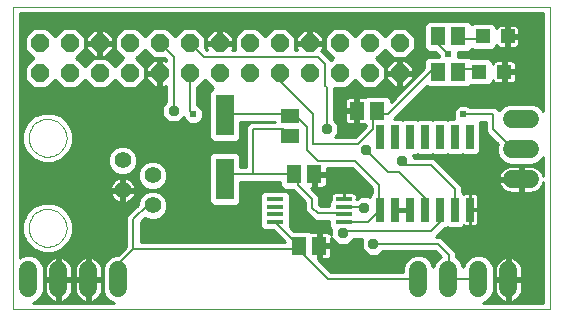
<source format=gtl>
G75*
G70*
%OFA0B0*%
%FSLAX24Y24*%
%IPPOS*%
%LPD*%
%AMOC8*
5,1,8,0,0,1.08239X$1,22.5*
%
%ADD10C,0.0000*%
%ADD11R,0.0260X0.0800*%
%ADD12OC8,0.0600*%
%ADD13R,0.0512X0.0591*%
%ADD14R,0.0591X0.0512*%
%ADD15R,0.0630X0.1378*%
%ADD16R,0.0580X0.0140*%
%ADD17C,0.0600*%
%ADD18R,0.0472X0.0472*%
%ADD19C,0.0560*%
%ADD20C,0.0100*%
%ADD21C,0.0060*%
%ADD22OC8,0.0356*%
%ADD23C,0.0070*%
%ADD24C,0.0160*%
%ADD25C,0.0240*%
D10*
X003055Y000150D02*
X003055Y010226D01*
X020925Y010226D01*
X020925Y000150D01*
X003055Y000150D01*
X003565Y002870D02*
X003567Y002920D01*
X003573Y002970D01*
X003583Y003019D01*
X003597Y003067D01*
X003614Y003114D01*
X003635Y003159D01*
X003660Y003203D01*
X003688Y003244D01*
X003720Y003283D01*
X003754Y003320D01*
X003791Y003354D01*
X003831Y003384D01*
X003873Y003411D01*
X003917Y003435D01*
X003963Y003456D01*
X004010Y003472D01*
X004058Y003485D01*
X004108Y003494D01*
X004157Y003499D01*
X004208Y003500D01*
X004258Y003497D01*
X004307Y003490D01*
X004356Y003479D01*
X004404Y003464D01*
X004450Y003446D01*
X004495Y003424D01*
X004538Y003398D01*
X004579Y003369D01*
X004618Y003337D01*
X004654Y003302D01*
X004686Y003264D01*
X004716Y003224D01*
X004743Y003181D01*
X004766Y003137D01*
X004785Y003091D01*
X004801Y003043D01*
X004813Y002994D01*
X004821Y002945D01*
X004825Y002895D01*
X004825Y002845D01*
X004821Y002795D01*
X004813Y002746D01*
X004801Y002697D01*
X004785Y002649D01*
X004766Y002603D01*
X004743Y002559D01*
X004716Y002516D01*
X004686Y002476D01*
X004654Y002438D01*
X004618Y002403D01*
X004579Y002371D01*
X004538Y002342D01*
X004495Y002316D01*
X004450Y002294D01*
X004404Y002276D01*
X004356Y002261D01*
X004307Y002250D01*
X004258Y002243D01*
X004208Y002240D01*
X004157Y002241D01*
X004108Y002246D01*
X004058Y002255D01*
X004010Y002268D01*
X003963Y002284D01*
X003917Y002305D01*
X003873Y002329D01*
X003831Y002356D01*
X003791Y002386D01*
X003754Y002420D01*
X003720Y002457D01*
X003688Y002496D01*
X003660Y002537D01*
X003635Y002581D01*
X003614Y002626D01*
X003597Y002673D01*
X003583Y002721D01*
X003573Y002770D01*
X003567Y002820D01*
X003565Y002870D01*
X003565Y005870D02*
X003567Y005920D01*
X003573Y005970D01*
X003583Y006019D01*
X003597Y006067D01*
X003614Y006114D01*
X003635Y006159D01*
X003660Y006203D01*
X003688Y006244D01*
X003720Y006283D01*
X003754Y006320D01*
X003791Y006354D01*
X003831Y006384D01*
X003873Y006411D01*
X003917Y006435D01*
X003963Y006456D01*
X004010Y006472D01*
X004058Y006485D01*
X004108Y006494D01*
X004157Y006499D01*
X004208Y006500D01*
X004258Y006497D01*
X004307Y006490D01*
X004356Y006479D01*
X004404Y006464D01*
X004450Y006446D01*
X004495Y006424D01*
X004538Y006398D01*
X004579Y006369D01*
X004618Y006337D01*
X004654Y006302D01*
X004686Y006264D01*
X004716Y006224D01*
X004743Y006181D01*
X004766Y006137D01*
X004785Y006091D01*
X004801Y006043D01*
X004813Y005994D01*
X004821Y005945D01*
X004825Y005895D01*
X004825Y005845D01*
X004821Y005795D01*
X004813Y005746D01*
X004801Y005697D01*
X004785Y005649D01*
X004766Y005603D01*
X004743Y005559D01*
X004716Y005516D01*
X004686Y005476D01*
X004654Y005438D01*
X004618Y005403D01*
X004579Y005371D01*
X004538Y005342D01*
X004495Y005316D01*
X004450Y005294D01*
X004404Y005276D01*
X004356Y005261D01*
X004307Y005250D01*
X004258Y005243D01*
X004208Y005240D01*
X004157Y005241D01*
X004108Y005246D01*
X004058Y005255D01*
X004010Y005268D01*
X003963Y005284D01*
X003917Y005305D01*
X003873Y005329D01*
X003831Y005356D01*
X003791Y005386D01*
X003754Y005420D01*
X003720Y005457D01*
X003688Y005496D01*
X003660Y005537D01*
X003635Y005581D01*
X003614Y005626D01*
X003597Y005673D01*
X003583Y005721D01*
X003573Y005770D01*
X003567Y005820D01*
X003565Y005870D01*
D11*
X015275Y005900D03*
X015775Y005900D03*
X016275Y005900D03*
X016775Y005900D03*
X017275Y005900D03*
X017775Y005900D03*
X018275Y005900D03*
X018275Y003480D03*
X017775Y003480D03*
X017275Y003480D03*
X016775Y003480D03*
X016275Y003480D03*
X015775Y003480D03*
X015275Y003480D03*
D12*
X014935Y008030D03*
X013935Y008030D03*
X012935Y008030D03*
X011935Y008030D03*
X010935Y008030D03*
X009935Y008030D03*
X008935Y008030D03*
X007935Y008030D03*
X006935Y008030D03*
X005935Y008030D03*
X004935Y008030D03*
X003935Y008030D03*
X003935Y009030D03*
X004935Y009030D03*
X005935Y009030D03*
X006935Y009030D03*
X007935Y009030D03*
X008935Y009030D03*
X009935Y009030D03*
X010935Y009030D03*
X011935Y009030D03*
X012935Y009030D03*
X013935Y009030D03*
X014935Y009030D03*
X015935Y009030D03*
X015935Y008030D03*
D13*
X017220Y008070D03*
X017890Y008070D03*
X017890Y009250D03*
X017220Y009250D03*
X015170Y006770D03*
X014500Y006770D03*
X013090Y004650D03*
X012420Y004650D03*
X012580Y002270D03*
X013250Y002270D03*
D14*
X012275Y005915D03*
X012275Y006585D03*
D15*
X010095Y006633D03*
X010095Y004507D03*
D16*
X011765Y003830D03*
X011765Y003580D03*
X011765Y003320D03*
X011765Y003070D03*
X014065Y003070D03*
X014065Y003320D03*
X014065Y003580D03*
X014065Y003830D03*
D17*
X016555Y001450D02*
X016555Y000850D01*
X017555Y000850D02*
X017555Y001450D01*
X018555Y001450D02*
X018555Y000850D01*
X019555Y000850D02*
X019555Y001450D01*
X019675Y004490D02*
X020275Y004490D01*
X020275Y005490D02*
X019675Y005490D01*
X019675Y006490D02*
X020275Y006490D01*
X006555Y001450D02*
X006555Y000850D01*
X005555Y000850D02*
X005555Y001450D01*
X004555Y001450D02*
X004555Y000850D01*
X003555Y000850D02*
X003555Y001450D01*
D18*
X018582Y008070D03*
X019409Y008070D03*
X019529Y009250D03*
X018702Y009250D03*
D19*
X007695Y004620D03*
X006695Y004120D03*
X007695Y003620D03*
X006695Y005120D03*
D20*
X006231Y005280D02*
X004792Y005280D01*
X004891Y005378D02*
X006272Y005378D01*
X006280Y005398D02*
X006205Y005217D01*
X006205Y005023D01*
X006280Y004842D01*
X006418Y004705D01*
X006598Y004630D01*
X006793Y004630D01*
X006973Y004705D01*
X007111Y004842D01*
X007185Y005023D01*
X007185Y005217D01*
X007111Y005398D01*
X006973Y005535D01*
X006793Y005610D01*
X006598Y005610D01*
X006418Y005535D01*
X006280Y005398D01*
X006359Y005477D02*
X004941Y005477D01*
X004907Y005394D02*
X005035Y005703D01*
X005035Y006037D01*
X004907Y006346D01*
X004671Y006582D01*
X004362Y006710D01*
X004028Y006710D01*
X003719Y006582D01*
X003483Y006346D01*
X003355Y006037D01*
X003355Y005703D01*
X003483Y005394D01*
X003719Y005158D01*
X004028Y005030D01*
X004362Y005030D01*
X004671Y005158D01*
X004907Y005394D01*
X004982Y005575D02*
X006513Y005575D01*
X006877Y005575D02*
X010815Y005575D01*
X010815Y005477D02*
X007032Y005477D01*
X007119Y005378D02*
X009665Y005378D01*
X009693Y005406D02*
X009570Y005283D01*
X009570Y003731D01*
X009693Y003608D01*
X010497Y003608D01*
X010620Y003731D01*
X010620Y004410D01*
X011955Y004410D01*
X011955Y004268D01*
X012078Y004145D01*
X012361Y004145D01*
X012775Y003731D01*
X012775Y003482D01*
X012812Y003394D01*
X012992Y003214D01*
X013059Y003147D01*
X013147Y003110D01*
X013565Y003110D01*
X013565Y002913D01*
X013647Y002831D01*
X013647Y002617D01*
X013645Y002623D01*
X013626Y002657D01*
X013598Y002685D01*
X013564Y002705D01*
X013525Y002715D01*
X013300Y002715D01*
X013300Y002320D01*
X013656Y002320D01*
X013656Y002521D01*
X013874Y002302D01*
X014196Y002302D01*
X014404Y002510D01*
X014686Y002510D01*
X014667Y002491D01*
X014667Y002169D01*
X014894Y001942D01*
X015216Y001942D01*
X015364Y002090D01*
X017116Y002090D01*
X017307Y001899D01*
X017266Y001882D01*
X017123Y001739D01*
X017055Y001576D01*
X016987Y001739D01*
X016844Y001882D01*
X016657Y001960D01*
X016454Y001960D01*
X016266Y001882D01*
X016123Y001739D01*
X016045Y001551D01*
X016045Y001390D01*
X013655Y001390D01*
X013200Y001845D01*
X013200Y002220D01*
X013300Y002220D01*
X013300Y002320D01*
X013200Y002320D01*
X013200Y002715D01*
X012983Y002715D01*
X012923Y002775D01*
X012399Y002775D01*
X012263Y002911D01*
X012265Y002913D01*
X012265Y003987D01*
X012142Y004110D01*
X011388Y004110D01*
X011265Y003987D01*
X011265Y002913D01*
X011388Y002790D01*
X011706Y002790D01*
X012106Y002390D01*
X007300Y002390D01*
X007300Y003049D01*
X007445Y003193D01*
X007598Y003130D01*
X007793Y003130D01*
X007973Y003205D01*
X008111Y003342D01*
X008185Y003523D01*
X008185Y003717D01*
X008111Y003898D01*
X007973Y004035D01*
X007793Y004110D01*
X007598Y004110D01*
X007418Y004035D01*
X007280Y003898D01*
X007205Y003717D01*
X007205Y003646D01*
X006847Y003289D01*
X006810Y003199D01*
X006810Y002244D01*
X006526Y001960D01*
X006454Y001960D01*
X006266Y001882D01*
X006123Y001739D01*
X006045Y001551D01*
X006045Y000749D01*
X006123Y000561D01*
X006266Y000418D01*
X006405Y000360D01*
X003705Y000360D01*
X003844Y000418D01*
X003987Y000561D01*
X004065Y000749D01*
X004065Y001551D01*
X003987Y001739D01*
X003844Y001882D01*
X003657Y001960D01*
X003454Y001960D01*
X003266Y001882D01*
X003265Y001881D01*
X003265Y010016D01*
X020715Y010016D01*
X020715Y006760D01*
X020707Y006779D01*
X020564Y006922D01*
X020377Y007000D01*
X019574Y007000D01*
X019386Y006922D01*
X019254Y006790D01*
X019191Y006853D01*
X019103Y006890D01*
X018282Y006890D01*
X018242Y006930D01*
X018121Y006980D01*
X017989Y006980D01*
X017868Y006930D01*
X017775Y006837D01*
X017725Y006716D01*
X017725Y006584D01*
X017756Y006510D01*
X017558Y006510D01*
X017525Y006477D01*
X017492Y006510D01*
X017058Y006510D01*
X017025Y006477D01*
X016992Y006510D01*
X016558Y006510D01*
X016525Y006477D01*
X016492Y006510D01*
X016058Y006510D01*
X016025Y006477D01*
X015992Y006510D01*
X015755Y006510D01*
X016843Y007599D01*
X016878Y007565D01*
X018233Y007565D01*
X018292Y007624D01*
X018905Y007624D01*
X019028Y007747D01*
X019028Y007793D01*
X019033Y007776D01*
X019052Y007742D01*
X019023Y007742D01*
X019052Y007742D02*
X019080Y007714D01*
X019114Y007694D01*
X019153Y007684D01*
X019359Y007684D01*
X019359Y008020D01*
X019459Y008020D01*
X019459Y008120D01*
X019795Y008120D01*
X019795Y008326D01*
X019785Y008364D01*
X019765Y008398D01*
X019737Y008426D01*
X019703Y008446D01*
X019664Y008456D01*
X019459Y008456D01*
X019459Y008120D01*
X019359Y008120D01*
X019359Y008456D01*
X019153Y008456D01*
X019114Y008446D01*
X019080Y008426D01*
X019052Y008398D01*
X019033Y008364D01*
X019028Y008347D01*
X019028Y008393D01*
X018905Y008516D01*
X018292Y008516D01*
X018233Y008575D01*
X017881Y008575D01*
X017885Y008584D01*
X017885Y008716D01*
X017873Y008745D01*
X018233Y008745D01*
X018335Y008847D01*
X018379Y008804D01*
X019025Y008804D01*
X019148Y008927D01*
X019148Y008973D01*
X019153Y008956D01*
X019172Y008922D01*
X019200Y008894D01*
X019234Y008874D01*
X019273Y008864D01*
X019479Y008864D01*
X019479Y009200D01*
X019579Y009200D01*
X019579Y009300D01*
X019915Y009300D01*
X019915Y009506D01*
X019905Y009544D01*
X019885Y009578D01*
X019857Y009606D01*
X019823Y009626D01*
X019784Y009636D01*
X019579Y009636D01*
X019579Y009300D01*
X019479Y009300D01*
X019479Y009636D01*
X019273Y009636D01*
X019234Y009626D01*
X019200Y009606D01*
X019172Y009578D01*
X019153Y009544D01*
X019148Y009527D01*
X019148Y009573D01*
X019025Y009696D01*
X018379Y009696D01*
X018335Y009653D01*
X018233Y009755D01*
X016878Y009755D01*
X016755Y009632D01*
X016755Y008868D01*
X016878Y008745D01*
X017121Y008745D01*
X017225Y008641D01*
X017225Y008584D01*
X017229Y008575D01*
X016878Y008575D01*
X016755Y008452D01*
X016755Y008189D01*
X015636Y007070D01*
X015636Y007152D01*
X015513Y007275D01*
X014827Y007275D01*
X014767Y007215D01*
X014550Y007215D01*
X014550Y006820D01*
X014450Y006820D01*
X014450Y006720D01*
X014095Y006720D01*
X014095Y006455D01*
X014105Y006417D01*
X014125Y006383D01*
X014152Y006355D01*
X014187Y006335D01*
X014225Y006325D01*
X014450Y006325D01*
X014450Y006720D01*
X014550Y006720D01*
X014550Y006325D01*
X014767Y006325D01*
X014815Y006276D01*
X014815Y006249D01*
X014456Y005890D01*
X013764Y005890D01*
X013883Y006009D01*
X013883Y006331D01*
X013735Y006479D01*
X013735Y007520D01*
X014146Y007520D01*
X014435Y007809D01*
X014724Y007520D01*
X015146Y007520D01*
X015445Y007819D01*
X015445Y008241D01*
X015156Y008530D01*
X015435Y008809D01*
X015724Y008520D01*
X016146Y008520D01*
X016445Y008819D01*
X016445Y009241D01*
X016146Y009540D01*
X015724Y009540D01*
X015435Y009251D01*
X015146Y009540D01*
X014724Y009540D01*
X014435Y009251D01*
X014146Y009540D01*
X013724Y009540D01*
X013425Y009241D01*
X013425Y008819D01*
X013714Y008530D01*
X013642Y008458D01*
X013639Y008466D01*
X013399Y008706D01*
X013331Y008773D01*
X013320Y008778D01*
X013385Y008844D01*
X013385Y008980D01*
X012985Y008980D01*
X012985Y009080D01*
X012885Y009080D01*
X012885Y008980D01*
X012485Y008980D01*
X012485Y008844D01*
X012519Y008810D01*
X012436Y008810D01*
X012445Y008819D01*
X012445Y009241D01*
X012146Y009540D01*
X011724Y009540D01*
X011435Y009251D01*
X011146Y009540D01*
X010724Y009540D01*
X010425Y009241D01*
X010425Y008819D01*
X010434Y008810D01*
X010352Y008810D01*
X010385Y008844D01*
X010385Y008980D01*
X009985Y008980D01*
X009985Y009080D01*
X009885Y009080D01*
X009885Y008980D01*
X009485Y008980D01*
X009485Y008844D01*
X009519Y008810D01*
X009495Y008810D01*
X009445Y008859D01*
X009445Y009241D01*
X009146Y009540D01*
X008724Y009540D01*
X008435Y009251D01*
X008146Y009540D01*
X007724Y009540D01*
X007435Y009251D01*
X007146Y009540D01*
X006724Y009540D01*
X006425Y009241D01*
X006425Y008819D01*
X006714Y008530D01*
X006435Y008251D01*
X006146Y008540D01*
X005724Y008540D01*
X005435Y008251D01*
X005156Y008530D01*
X005445Y008819D01*
X005445Y009241D01*
X005146Y009540D01*
X004724Y009540D01*
X004435Y009251D01*
X004146Y009540D01*
X003724Y009540D01*
X003425Y009241D01*
X003425Y008819D01*
X003714Y008530D01*
X003425Y008241D01*
X003425Y007819D01*
X003724Y007520D01*
X004146Y007520D01*
X004435Y007809D01*
X004724Y007520D01*
X005146Y007520D01*
X005435Y007809D01*
X005724Y007520D01*
X006146Y007520D01*
X006435Y007809D01*
X006724Y007520D01*
X007146Y007520D01*
X007445Y007819D01*
X007445Y008241D01*
X007156Y008530D01*
X007435Y008809D01*
X007724Y008520D01*
X008106Y008520D01*
X008155Y008471D01*
X008155Y008446D01*
X008122Y008480D01*
X007985Y008480D01*
X007985Y008080D01*
X007885Y008080D01*
X007885Y007980D01*
X007485Y007980D01*
X007485Y007844D01*
X007749Y007580D01*
X007885Y007580D01*
X007885Y007980D01*
X007985Y007980D01*
X007985Y007580D01*
X008122Y007580D01*
X008155Y007614D01*
X008155Y007079D01*
X008007Y006931D01*
X008007Y006609D01*
X008234Y006382D01*
X008556Y006382D01*
X008735Y006561D01*
X008775Y006463D01*
X008868Y006370D01*
X008989Y006320D01*
X009121Y006320D01*
X009242Y006370D01*
X009335Y006463D01*
X009385Y006584D01*
X009385Y006716D01*
X009335Y006837D01*
X009242Y006930D01*
X009180Y006955D01*
X009180Y007554D01*
X009435Y007809D01*
X009712Y007532D01*
X009693Y007532D01*
X009570Y007409D01*
X009570Y005857D01*
X009693Y005734D01*
X010497Y005734D01*
X010620Y005857D01*
X010620Y006410D01*
X011770Y006410D01*
X011770Y006390D01*
X011007Y006390D01*
X010919Y006353D01*
X010852Y006286D01*
X010815Y006198D01*
X010815Y004890D01*
X010620Y004890D01*
X010620Y005283D01*
X010497Y005406D01*
X009693Y005406D01*
X009570Y005280D02*
X007159Y005280D01*
X007185Y005181D02*
X009570Y005181D01*
X009570Y005083D02*
X007859Y005083D01*
X007793Y005110D02*
X007973Y005035D01*
X008111Y004898D01*
X008185Y004717D01*
X008185Y004523D01*
X008111Y004342D01*
X007973Y004205D01*
X007793Y004130D01*
X007598Y004130D01*
X007418Y004205D01*
X007280Y004342D01*
X007205Y004523D01*
X007205Y004717D01*
X007280Y004898D01*
X007418Y005035D01*
X007598Y005110D01*
X007793Y005110D01*
X007531Y005083D02*
X007185Y005083D01*
X007169Y004984D02*
X007366Y004984D01*
X007275Y004886D02*
X007128Y004886D01*
X007055Y004787D02*
X007234Y004787D01*
X007205Y004689D02*
X006934Y004689D01*
X007205Y004590D02*
X003265Y004590D01*
X003265Y004492D02*
X006477Y004492D01*
X006470Y004488D02*
X006415Y004448D01*
X006367Y004400D01*
X006327Y004345D01*
X006297Y004285D01*
X006276Y004221D01*
X006266Y004159D01*
X006657Y004159D01*
X006657Y004549D01*
X006594Y004539D01*
X006530Y004518D01*
X006470Y004488D01*
X006362Y004393D02*
X003265Y004393D01*
X003265Y004295D02*
X006301Y004295D01*
X006272Y004196D02*
X003265Y004196D01*
X003265Y004098D02*
X006657Y004098D01*
X006657Y004081D02*
X006266Y004081D01*
X006276Y004019D01*
X006297Y003955D01*
X006327Y003895D01*
X006367Y003840D01*
X006415Y003792D01*
X006470Y003752D01*
X006530Y003722D01*
X006594Y003701D01*
X006657Y003691D01*
X006657Y004081D01*
X006734Y004081D01*
X006734Y004159D01*
X006657Y004159D01*
X006657Y004081D01*
X006734Y004081D02*
X006734Y003691D01*
X006796Y003701D01*
X006860Y003722D01*
X006920Y003752D01*
X006975Y003792D01*
X007023Y003840D01*
X007063Y003895D01*
X007094Y003955D01*
X007115Y004019D01*
X007124Y004081D01*
X006734Y004081D01*
X006734Y004098D02*
X007567Y004098D01*
X007438Y004196D02*
X007118Y004196D01*
X007115Y004221D02*
X007094Y004285D01*
X007063Y004345D01*
X007023Y004400D01*
X006975Y004448D01*
X006920Y004488D01*
X006860Y004518D01*
X006796Y004539D01*
X006734Y004549D01*
X006734Y004159D01*
X007124Y004159D01*
X007115Y004221D01*
X007089Y004295D02*
X007328Y004295D01*
X007259Y004393D02*
X007028Y004393D01*
X006913Y004492D02*
X007218Y004492D01*
X006734Y004492D02*
X006657Y004492D01*
X006657Y004393D02*
X006734Y004393D01*
X006734Y004295D02*
X006657Y004295D01*
X006657Y004196D02*
X006734Y004196D01*
X006734Y003999D02*
X006657Y003999D01*
X006657Y003901D02*
X006734Y003901D01*
X006734Y003802D02*
X006657Y003802D01*
X006657Y003704D02*
X006734Y003704D01*
X006805Y003704D02*
X007205Y003704D01*
X007240Y003802D02*
X006985Y003802D01*
X007066Y003901D02*
X007283Y003901D01*
X007381Y003999D02*
X007108Y003999D01*
X006585Y003704D02*
X004378Y003704D01*
X004362Y003710D02*
X004028Y003710D01*
X003719Y003582D01*
X003483Y003346D01*
X003355Y003037D01*
X003355Y002703D01*
X003483Y002394D01*
X003719Y002158D01*
X004028Y002030D01*
X004362Y002030D01*
X004671Y002158D01*
X004907Y002394D01*
X005035Y002703D01*
X005035Y003037D01*
X004907Y003346D01*
X004671Y003582D01*
X004362Y003710D01*
X004615Y003605D02*
X007164Y003605D01*
X007065Y003507D02*
X004746Y003507D01*
X004845Y003408D02*
X006967Y003408D01*
X006868Y003310D02*
X004922Y003310D01*
X004963Y003211D02*
X006815Y003211D01*
X006810Y003113D02*
X005004Y003113D01*
X005035Y003014D02*
X006810Y003014D01*
X006810Y002916D02*
X005035Y002916D01*
X005035Y002817D02*
X006810Y002817D01*
X006810Y002719D02*
X005035Y002719D01*
X005001Y002620D02*
X006810Y002620D01*
X006810Y002522D02*
X004960Y002522D01*
X004919Y002423D02*
X006810Y002423D01*
X006810Y002325D02*
X004837Y002325D01*
X004739Y002226D02*
X006792Y002226D01*
X006693Y002128D02*
X004597Y002128D01*
X004605Y001898D02*
X004605Y001200D01*
X004505Y001200D01*
X004505Y001100D01*
X004105Y001100D01*
X004105Y000815D01*
X004116Y000745D01*
X004138Y000677D01*
X004170Y000614D01*
X004212Y000557D01*
X004262Y000507D01*
X004319Y000465D01*
X004382Y000433D01*
X004450Y000411D01*
X004505Y000402D01*
X004505Y001100D01*
X004605Y001100D01*
X004605Y000402D01*
X004660Y000411D01*
X004728Y000433D01*
X004791Y000465D01*
X004848Y000507D01*
X004898Y000557D01*
X004940Y000614D01*
X004972Y000677D01*
X004994Y000745D01*
X005005Y000815D01*
X005005Y001100D01*
X004605Y001100D01*
X004605Y001200D01*
X005005Y001200D01*
X005005Y001485D01*
X004994Y001555D01*
X004972Y001623D01*
X004940Y001686D01*
X004898Y001743D01*
X004848Y001793D01*
X004791Y001835D01*
X004728Y001867D01*
X004660Y001889D01*
X004605Y001898D01*
X004605Y001832D02*
X004505Y001832D01*
X004505Y001898D02*
X004450Y001889D01*
X004382Y001867D01*
X004319Y001835D01*
X004262Y001793D01*
X004212Y001743D01*
X004170Y001686D01*
X004138Y001623D01*
X004116Y001555D01*
X004105Y001485D01*
X004105Y001200D01*
X004505Y001200D01*
X004505Y001898D01*
X004315Y001832D02*
X003894Y001832D01*
X003990Y001734D02*
X004205Y001734D01*
X004144Y001635D02*
X004031Y001635D01*
X004065Y001537D02*
X004113Y001537D01*
X004105Y001438D02*
X004065Y001438D01*
X004065Y001340D02*
X004105Y001340D01*
X004105Y001241D02*
X004065Y001241D01*
X004065Y001143D02*
X004505Y001143D01*
X004505Y001241D02*
X004605Y001241D01*
X004605Y001143D02*
X005505Y001143D01*
X005505Y001100D02*
X005505Y001200D01*
X005105Y001200D01*
X005105Y001485D01*
X005116Y001555D01*
X005138Y001623D01*
X005170Y001686D01*
X005212Y001743D01*
X005262Y001793D01*
X005319Y001835D01*
X005382Y001867D01*
X005450Y001889D01*
X005505Y001898D01*
X005505Y001200D01*
X005605Y001200D01*
X005605Y001898D01*
X005660Y001889D01*
X005728Y001867D01*
X005791Y001835D01*
X005848Y001793D01*
X005898Y001743D01*
X005940Y001686D01*
X005972Y001623D01*
X005994Y001555D01*
X006005Y001485D01*
X006005Y001200D01*
X005605Y001200D01*
X005605Y001100D01*
X005605Y000402D01*
X005660Y000411D01*
X005728Y000433D01*
X005791Y000465D01*
X005848Y000507D01*
X005898Y000557D01*
X005940Y000614D01*
X005972Y000677D01*
X005994Y000745D01*
X006005Y000815D01*
X006005Y001100D01*
X005605Y001100D01*
X005505Y001100D01*
X005105Y001100D01*
X005105Y000815D01*
X005116Y000745D01*
X005138Y000677D01*
X005170Y000614D01*
X005212Y000557D01*
X005262Y000507D01*
X005319Y000465D01*
X005382Y000433D01*
X005450Y000411D01*
X005505Y000402D01*
X005505Y001100D01*
X005505Y001044D02*
X005605Y001044D01*
X005605Y000946D02*
X005505Y000946D01*
X005505Y000847D02*
X005605Y000847D01*
X005605Y000749D02*
X005505Y000749D01*
X005505Y000650D02*
X005605Y000650D01*
X005605Y000551D02*
X005505Y000551D01*
X005505Y000453D02*
X005605Y000453D01*
X005767Y000453D02*
X006231Y000453D01*
X006132Y000551D02*
X005893Y000551D01*
X005958Y000650D02*
X006086Y000650D01*
X006045Y000749D02*
X005995Y000749D01*
X006005Y000847D02*
X006045Y000847D01*
X006045Y000946D02*
X006005Y000946D01*
X006005Y001044D02*
X006045Y001044D01*
X006045Y001143D02*
X005605Y001143D01*
X005605Y001241D02*
X005505Y001241D01*
X005505Y001340D02*
X005605Y001340D01*
X005605Y001438D02*
X005505Y001438D01*
X005505Y001537D02*
X005605Y001537D01*
X005605Y001635D02*
X005505Y001635D01*
X005505Y001734D02*
X005605Y001734D01*
X005605Y001832D02*
X005505Y001832D01*
X005315Y001832D02*
X004795Y001832D01*
X004905Y001734D02*
X005205Y001734D01*
X005144Y001635D02*
X004966Y001635D01*
X004997Y001537D02*
X005113Y001537D01*
X005105Y001438D02*
X005005Y001438D01*
X005005Y001340D02*
X005105Y001340D01*
X005105Y001241D02*
X005005Y001241D01*
X005005Y001044D02*
X005105Y001044D01*
X005105Y000946D02*
X005005Y000946D01*
X005005Y000847D02*
X005105Y000847D01*
X005116Y000749D02*
X004995Y000749D01*
X004958Y000650D02*
X005152Y000650D01*
X005217Y000551D02*
X004893Y000551D01*
X004767Y000453D02*
X005343Y000453D01*
X004605Y000453D02*
X004505Y000453D01*
X004505Y000551D02*
X004605Y000551D01*
X004605Y000650D02*
X004505Y000650D01*
X004505Y000749D02*
X004605Y000749D01*
X004605Y000847D02*
X004505Y000847D01*
X004505Y000946D02*
X004605Y000946D01*
X004605Y001044D02*
X004505Y001044D01*
X004505Y001340D02*
X004605Y001340D01*
X004605Y001438D02*
X004505Y001438D01*
X004505Y001537D02*
X004605Y001537D01*
X004605Y001635D02*
X004505Y001635D01*
X004505Y001734D02*
X004605Y001734D01*
X003728Y001931D02*
X006382Y001931D01*
X006216Y001832D02*
X005795Y001832D01*
X005905Y001734D02*
X006121Y001734D01*
X006080Y001635D02*
X005966Y001635D01*
X005997Y001537D02*
X006045Y001537D01*
X006045Y001438D02*
X006005Y001438D01*
X006005Y001340D02*
X006045Y001340D01*
X006045Y001241D02*
X006005Y001241D01*
X006595Y002029D02*
X003265Y002029D01*
X003265Y001931D02*
X003382Y001931D01*
X003265Y002128D02*
X003793Y002128D01*
X003651Y002226D02*
X003265Y002226D01*
X003265Y002325D02*
X003553Y002325D01*
X003471Y002423D02*
X003265Y002423D01*
X003265Y002522D02*
X003430Y002522D01*
X003390Y002620D02*
X003265Y002620D01*
X003265Y002719D02*
X003355Y002719D01*
X003355Y002817D02*
X003265Y002817D01*
X003265Y002916D02*
X003355Y002916D01*
X003355Y003014D02*
X003265Y003014D01*
X003265Y003113D02*
X003386Y003113D01*
X003427Y003211D02*
X003265Y003211D01*
X003265Y003310D02*
X003468Y003310D01*
X003545Y003408D02*
X003265Y003408D01*
X003265Y003507D02*
X003644Y003507D01*
X003775Y003605D02*
X003265Y003605D01*
X003265Y003704D02*
X004013Y003704D01*
X003265Y003802D02*
X006405Y003802D01*
X006324Y003901D02*
X003265Y003901D01*
X003265Y003999D02*
X006282Y003999D01*
X006456Y004689D02*
X003265Y004689D01*
X003265Y004787D02*
X006335Y004787D01*
X006262Y004886D02*
X003265Y004886D01*
X003265Y004984D02*
X006221Y004984D01*
X006205Y005083D02*
X004489Y005083D01*
X004694Y005181D02*
X006205Y005181D01*
X005023Y005674D02*
X010815Y005674D01*
X010815Y005772D02*
X010535Y005772D01*
X010620Y005871D02*
X010815Y005871D01*
X010815Y005969D02*
X010620Y005969D01*
X010620Y006068D02*
X010815Y006068D01*
X010815Y006166D02*
X010620Y006166D01*
X010620Y006265D02*
X010843Y006265D01*
X010942Y006363D02*
X010620Y006363D01*
X009570Y006363D02*
X009225Y006363D01*
X009333Y006462D02*
X009570Y006462D01*
X009570Y006560D02*
X009375Y006560D01*
X009385Y006659D02*
X009570Y006659D01*
X009570Y006757D02*
X009368Y006757D01*
X009316Y006856D02*
X009570Y006856D01*
X009570Y006954D02*
X009183Y006954D01*
X009180Y007053D02*
X009570Y007053D01*
X009570Y007151D02*
X009180Y007151D01*
X009180Y007250D02*
X009570Y007250D01*
X009570Y007348D02*
X009180Y007348D01*
X009180Y007447D02*
X009608Y007447D01*
X009699Y007545D02*
X009180Y007545D01*
X009270Y007644D02*
X009600Y007644D01*
X009502Y007742D02*
X009368Y007742D01*
X008155Y007545D02*
X007171Y007545D01*
X007270Y007644D02*
X007685Y007644D01*
X007587Y007742D02*
X007368Y007742D01*
X007445Y007841D02*
X007488Y007841D01*
X007485Y007939D02*
X007445Y007939D01*
X007445Y008038D02*
X007885Y008038D01*
X007885Y008080D02*
X007485Y008080D01*
X007485Y008216D01*
X007749Y008480D01*
X007885Y008480D01*
X007885Y008080D01*
X007885Y008136D02*
X007985Y008136D01*
X007985Y008235D02*
X007885Y008235D01*
X007885Y008333D02*
X007985Y008333D01*
X007985Y008432D02*
X007885Y008432D01*
X007700Y008432D02*
X007255Y008432D01*
X007156Y008530D02*
X007714Y008530D01*
X007615Y008629D02*
X007255Y008629D01*
X007353Y008727D02*
X007517Y008727D01*
X007602Y008333D02*
X007353Y008333D01*
X007445Y008235D02*
X007503Y008235D01*
X007485Y008136D02*
X007445Y008136D01*
X007885Y007939D02*
X007985Y007939D01*
X007985Y007841D02*
X007885Y007841D01*
X007885Y007742D02*
X007985Y007742D01*
X007985Y007644D02*
X007885Y007644D01*
X008155Y007447D02*
X003265Y007447D01*
X003265Y007545D02*
X003699Y007545D01*
X003600Y007644D02*
X003265Y007644D01*
X003265Y007742D02*
X003502Y007742D01*
X003425Y007841D02*
X003265Y007841D01*
X003265Y007939D02*
X003425Y007939D01*
X003425Y008038D02*
X003265Y008038D01*
X003265Y008136D02*
X003425Y008136D01*
X003425Y008235D02*
X003265Y008235D01*
X003265Y008333D02*
X003517Y008333D01*
X003615Y008432D02*
X003265Y008432D01*
X003265Y008530D02*
X003714Y008530D01*
X003615Y008629D02*
X003265Y008629D01*
X003265Y008727D02*
X003517Y008727D01*
X003425Y008826D02*
X003265Y008826D01*
X003265Y008924D02*
X003425Y008924D01*
X003425Y009023D02*
X003265Y009023D01*
X003265Y009121D02*
X003425Y009121D01*
X003425Y009220D02*
X003265Y009220D01*
X003265Y009318D02*
X003502Y009318D01*
X003600Y009417D02*
X003265Y009417D01*
X003265Y009515D02*
X003699Y009515D01*
X003265Y009614D02*
X016755Y009614D01*
X016755Y009515D02*
X016171Y009515D01*
X016270Y009417D02*
X016755Y009417D01*
X016755Y009318D02*
X016368Y009318D01*
X016445Y009220D02*
X016755Y009220D01*
X016755Y009121D02*
X016445Y009121D01*
X016445Y009023D02*
X016755Y009023D01*
X016755Y008924D02*
X016445Y008924D01*
X016445Y008826D02*
X016797Y008826D01*
X017139Y008727D02*
X016353Y008727D01*
X016255Y008629D02*
X017225Y008629D01*
X016832Y008530D02*
X016156Y008530D01*
X016122Y008480D02*
X015985Y008480D01*
X015985Y008080D01*
X015885Y008080D01*
X015885Y007980D01*
X015485Y007980D01*
X015485Y007844D01*
X015749Y007580D01*
X015885Y007580D01*
X015885Y007980D01*
X015985Y007980D01*
X015985Y007580D01*
X016122Y007580D01*
X016385Y007844D01*
X016385Y007980D01*
X015985Y007980D01*
X015985Y008080D01*
X016385Y008080D01*
X016385Y008216D01*
X016122Y008480D01*
X016170Y008432D02*
X016755Y008432D01*
X016755Y008333D02*
X016268Y008333D01*
X016367Y008235D02*
X016755Y008235D01*
X016702Y008136D02*
X016385Y008136D01*
X016603Y008038D02*
X015985Y008038D01*
X015985Y008136D02*
X015885Y008136D01*
X015885Y008080D02*
X015885Y008480D01*
X015749Y008480D01*
X015485Y008216D01*
X015485Y008080D01*
X015885Y008080D01*
X015885Y008038D02*
X015445Y008038D01*
X015445Y008136D02*
X015485Y008136D01*
X015503Y008235D02*
X015445Y008235D01*
X015353Y008333D02*
X015602Y008333D01*
X015700Y008432D02*
X015255Y008432D01*
X015156Y008530D02*
X015714Y008530D01*
X015615Y008629D02*
X015255Y008629D01*
X015353Y008727D02*
X015517Y008727D01*
X015885Y008432D02*
X015985Y008432D01*
X015985Y008333D02*
X015885Y008333D01*
X015885Y008235D02*
X015985Y008235D01*
X015985Y007939D02*
X015885Y007939D01*
X015885Y007841D02*
X015985Y007841D01*
X015985Y007742D02*
X015885Y007742D01*
X015885Y007644D02*
X015985Y007644D01*
X016111Y007545D02*
X015171Y007545D01*
X015270Y007644D02*
X015685Y007644D01*
X015587Y007742D02*
X015368Y007742D01*
X015445Y007841D02*
X015488Y007841D01*
X015485Y007939D02*
X015445Y007939D01*
X016185Y007644D02*
X016209Y007644D01*
X016284Y007742D02*
X016308Y007742D01*
X016382Y007841D02*
X016406Y007841D01*
X016385Y007939D02*
X016505Y007939D01*
X016790Y007545D02*
X020715Y007545D01*
X020715Y007447D02*
X016691Y007447D01*
X016593Y007348D02*
X020715Y007348D01*
X020715Y007250D02*
X016494Y007250D01*
X016396Y007151D02*
X020715Y007151D01*
X020715Y007053D02*
X016297Y007053D01*
X016199Y006954D02*
X017927Y006954D01*
X017794Y006856D02*
X016100Y006856D01*
X016002Y006757D02*
X017742Y006757D01*
X017725Y006659D02*
X015903Y006659D01*
X015805Y006560D02*
X017735Y006560D01*
X018183Y006954D02*
X019463Y006954D01*
X019319Y006856D02*
X019186Y006856D01*
X018815Y006410D02*
X018592Y006410D01*
X018615Y006387D01*
X018615Y005413D01*
X018492Y005290D01*
X018058Y005290D01*
X018025Y005323D01*
X017992Y005290D01*
X017558Y005290D01*
X017525Y005323D01*
X017492Y005290D01*
X017058Y005290D01*
X017025Y005323D01*
X016992Y005290D01*
X016558Y005290D01*
X016525Y005323D01*
X016492Y005290D01*
X016364Y005290D01*
X016403Y005251D01*
X016403Y005210D01*
X017023Y005210D01*
X017111Y005173D01*
X017179Y005106D01*
X017979Y004306D01*
X018015Y004218D01*
X018015Y004067D01*
X018071Y004011D01*
X018087Y004020D01*
X018125Y004030D01*
X018260Y004030D01*
X018260Y003495D01*
X018290Y003495D01*
X018290Y004030D01*
X018425Y004030D01*
X018463Y004020D01*
X018497Y004000D01*
X018525Y003972D01*
X018545Y003938D01*
X018555Y003900D01*
X018555Y003495D01*
X018290Y003495D01*
X018290Y003465D01*
X018290Y002930D01*
X018425Y002930D01*
X018463Y002940D01*
X018497Y002960D01*
X018525Y002988D01*
X018545Y003022D01*
X018555Y003060D01*
X018555Y003465D01*
X018290Y003465D01*
X018260Y003465D01*
X018260Y002930D01*
X018125Y002930D01*
X018087Y002940D01*
X018071Y002949D01*
X017992Y002870D01*
X017558Y002870D01*
X017525Y002903D01*
X017492Y002870D01*
X017435Y002870D01*
X017179Y002614D01*
X017135Y002570D01*
X017263Y002570D01*
X017351Y002533D01*
X017711Y002173D01*
X017779Y002106D01*
X017815Y002018D01*
X017815Y001894D01*
X017844Y001882D01*
X017987Y001739D01*
X018055Y001576D01*
X018123Y001739D01*
X018266Y001882D01*
X018454Y001960D01*
X018657Y001960D01*
X018844Y001882D01*
X018987Y001739D01*
X019065Y001551D01*
X019065Y000749D01*
X018987Y000561D01*
X018844Y000418D01*
X018705Y000360D01*
X020715Y000360D01*
X020715Y004392D01*
X020714Y004385D01*
X020692Y004317D01*
X020660Y004254D01*
X020618Y004197D01*
X020568Y004147D01*
X020511Y004105D01*
X020448Y004073D01*
X020380Y004051D01*
X020311Y004040D01*
X020025Y004040D01*
X020025Y004440D01*
X019925Y004440D01*
X019227Y004440D01*
X019236Y004385D01*
X019258Y004317D01*
X019290Y004254D01*
X019332Y004197D01*
X019382Y004147D01*
X019439Y004105D01*
X019502Y004073D01*
X019570Y004051D01*
X019640Y004040D01*
X019925Y004040D01*
X019925Y004440D01*
X019925Y004540D01*
X019227Y004540D01*
X019236Y004595D01*
X019258Y004663D01*
X019290Y004726D01*
X019332Y004783D01*
X019382Y004833D01*
X019439Y004875D01*
X019502Y004907D01*
X019570Y004929D01*
X019640Y004940D01*
X019925Y004940D01*
X019925Y004540D01*
X020025Y004540D01*
X020025Y004940D01*
X020311Y004940D01*
X020380Y004929D01*
X020448Y004907D01*
X020511Y004875D01*
X020568Y004833D01*
X020618Y004783D01*
X020660Y004726D01*
X020692Y004663D01*
X020714Y004595D01*
X020715Y004588D01*
X020715Y005220D01*
X020707Y005201D01*
X020564Y005058D01*
X020377Y004980D01*
X019574Y004980D01*
X019386Y005058D01*
X019243Y005201D01*
X019165Y005389D01*
X019165Y005591D01*
X019197Y005669D01*
X018852Y006014D01*
X018815Y006102D01*
X018815Y006410D01*
X018815Y006363D02*
X018615Y006363D01*
X018615Y006265D02*
X018815Y006265D01*
X018815Y006166D02*
X018615Y006166D01*
X018615Y006068D02*
X018830Y006068D01*
X018897Y005969D02*
X018615Y005969D01*
X018615Y005871D02*
X018995Y005871D01*
X019094Y005772D02*
X018615Y005772D01*
X018615Y005674D02*
X019192Y005674D01*
X019165Y005575D02*
X018615Y005575D01*
X018615Y005477D02*
X019165Y005477D01*
X019169Y005378D02*
X018580Y005378D01*
X019210Y005280D02*
X016374Y005280D01*
X017093Y005181D02*
X019263Y005181D01*
X019361Y005083D02*
X017202Y005083D01*
X017301Y004984D02*
X019564Y004984D01*
X019460Y004886D02*
X017399Y004886D01*
X017498Y004787D02*
X019336Y004787D01*
X019271Y004689D02*
X017596Y004689D01*
X017695Y004590D02*
X019235Y004590D01*
X019235Y004393D02*
X017892Y004393D01*
X017983Y004295D02*
X019270Y004295D01*
X019333Y004196D02*
X018015Y004196D01*
X018015Y004098D02*
X019454Y004098D01*
X019925Y004098D02*
X020025Y004098D01*
X020025Y004196D02*
X019925Y004196D01*
X019925Y004295D02*
X020025Y004295D01*
X020025Y004393D02*
X019925Y004393D01*
X019925Y004492D02*
X017793Y004492D01*
X018260Y003999D02*
X018290Y003999D01*
X018290Y003901D02*
X018260Y003901D01*
X018260Y003802D02*
X018290Y003802D01*
X018290Y003704D02*
X018260Y003704D01*
X018260Y003605D02*
X018290Y003605D01*
X018290Y003507D02*
X018260Y003507D01*
X018260Y003408D02*
X018290Y003408D01*
X018290Y003310D02*
X018260Y003310D01*
X018260Y003211D02*
X018290Y003211D01*
X018290Y003113D02*
X018260Y003113D01*
X018260Y003014D02*
X018290Y003014D01*
X018540Y003014D02*
X020715Y003014D01*
X020715Y002916D02*
X018038Y002916D01*
X018555Y003113D02*
X020715Y003113D01*
X020715Y003211D02*
X018555Y003211D01*
X018555Y003310D02*
X020715Y003310D01*
X020715Y003408D02*
X018555Y003408D01*
X018555Y003507D02*
X020715Y003507D01*
X020715Y003605D02*
X018555Y003605D01*
X018555Y003704D02*
X020715Y003704D01*
X020715Y003802D02*
X018555Y003802D01*
X018555Y003901D02*
X020715Y003901D01*
X020715Y003999D02*
X018498Y003999D01*
X019925Y004590D02*
X020025Y004590D01*
X020025Y004689D02*
X019925Y004689D01*
X019925Y004787D02*
X020025Y004787D01*
X020025Y004886D02*
X019925Y004886D01*
X020386Y004984D02*
X020715Y004984D01*
X020715Y004886D02*
X020490Y004886D01*
X020615Y004787D02*
X020715Y004787D01*
X020715Y004689D02*
X020679Y004689D01*
X020715Y004590D02*
X020715Y004590D01*
X020715Y004295D02*
X020681Y004295D01*
X020715Y004196D02*
X020618Y004196D01*
X020715Y004098D02*
X020496Y004098D01*
X020589Y005083D02*
X020715Y005083D01*
X020715Y005181D02*
X020687Y005181D01*
X020631Y006856D02*
X020715Y006856D01*
X020715Y006954D02*
X020488Y006954D01*
X020715Y007644D02*
X018925Y007644D01*
X019359Y007742D02*
X019459Y007742D01*
X019459Y007684D02*
X019664Y007684D01*
X019703Y007694D01*
X019737Y007714D01*
X019765Y007742D01*
X020715Y007742D01*
X020715Y007841D02*
X019795Y007841D01*
X019795Y007814D02*
X019795Y008020D01*
X019459Y008020D01*
X019459Y007684D01*
X019459Y007841D02*
X019359Y007841D01*
X019359Y007939D02*
X019459Y007939D01*
X019459Y008038D02*
X020715Y008038D01*
X020715Y008136D02*
X019795Y008136D01*
X019795Y008235D02*
X020715Y008235D01*
X020715Y008333D02*
X019793Y008333D01*
X019728Y008432D02*
X020715Y008432D01*
X020715Y008530D02*
X018278Y008530D01*
X017885Y008629D02*
X020715Y008629D01*
X020715Y008727D02*
X017880Y008727D01*
X018313Y008826D02*
X018357Y008826D01*
X019047Y008826D02*
X020715Y008826D01*
X020715Y008924D02*
X019886Y008924D01*
X019885Y008922D02*
X019905Y008956D01*
X019915Y008994D01*
X019915Y009200D01*
X019579Y009200D01*
X019579Y008864D01*
X019784Y008864D01*
X019823Y008874D01*
X019857Y008894D01*
X019885Y008922D01*
X019915Y009023D02*
X020715Y009023D01*
X020715Y009121D02*
X019915Y009121D01*
X019579Y009121D02*
X019479Y009121D01*
X019479Y009023D02*
X019579Y009023D01*
X019579Y008924D02*
X019479Y008924D01*
X019171Y008924D02*
X019145Y008924D01*
X019579Y009220D02*
X020715Y009220D01*
X020715Y009318D02*
X019915Y009318D01*
X019915Y009417D02*
X020715Y009417D01*
X020715Y009515D02*
X019912Y009515D01*
X019844Y009614D02*
X020715Y009614D01*
X020715Y009712D02*
X018276Y009712D01*
X019108Y009614D02*
X019213Y009614D01*
X019479Y009614D02*
X019579Y009614D01*
X019579Y009515D02*
X019479Y009515D01*
X019479Y009417D02*
X019579Y009417D01*
X019579Y009318D02*
X019479Y009318D01*
X020715Y009811D02*
X003265Y009811D01*
X003265Y009909D02*
X020715Y009909D01*
X020715Y010008D02*
X003265Y010008D01*
X003265Y009712D02*
X016834Y009712D01*
X015699Y009515D02*
X015171Y009515D01*
X015270Y009417D02*
X015600Y009417D01*
X015502Y009318D02*
X015368Y009318D01*
X014699Y009515D02*
X014171Y009515D01*
X014270Y009417D02*
X014600Y009417D01*
X014502Y009318D02*
X014368Y009318D01*
X013699Y009515D02*
X012171Y009515D01*
X012270Y009417D02*
X012685Y009417D01*
X012749Y009480D02*
X012485Y009216D01*
X012485Y009080D01*
X012885Y009080D01*
X012885Y009480D01*
X012749Y009480D01*
X012885Y009417D02*
X012985Y009417D01*
X012985Y009480D02*
X012985Y009080D01*
X013385Y009080D01*
X013385Y009216D01*
X013122Y009480D01*
X012985Y009480D01*
X013185Y009417D02*
X013600Y009417D01*
X013502Y009318D02*
X013283Y009318D01*
X013382Y009220D02*
X013425Y009220D01*
X013425Y009121D02*
X013385Y009121D01*
X013425Y009023D02*
X012985Y009023D01*
X012985Y009121D02*
X012885Y009121D01*
X012885Y009023D02*
X012445Y009023D01*
X012445Y009121D02*
X012485Y009121D01*
X012488Y009220D02*
X012445Y009220D01*
X012368Y009318D02*
X012587Y009318D01*
X012885Y009318D02*
X012985Y009318D01*
X012985Y009220D02*
X012885Y009220D01*
X012485Y008924D02*
X012445Y008924D01*
X012445Y008826D02*
X012503Y008826D01*
X011502Y009318D02*
X011368Y009318D01*
X011270Y009417D02*
X011600Y009417D01*
X011699Y009515D02*
X011171Y009515D01*
X010699Y009515D02*
X009171Y009515D01*
X009270Y009417D02*
X009685Y009417D01*
X009749Y009480D02*
X009485Y009216D01*
X009485Y009080D01*
X009885Y009080D01*
X009885Y009480D01*
X009749Y009480D01*
X009885Y009417D02*
X009985Y009417D01*
X009985Y009480D02*
X010122Y009480D01*
X010385Y009216D01*
X010385Y009080D01*
X009985Y009080D01*
X009985Y009480D01*
X010185Y009417D02*
X010600Y009417D01*
X010502Y009318D02*
X010283Y009318D01*
X010382Y009220D02*
X010425Y009220D01*
X010425Y009121D02*
X010385Y009121D01*
X010425Y009023D02*
X009985Y009023D01*
X009985Y009121D02*
X009885Y009121D01*
X009885Y009023D02*
X009445Y009023D01*
X009445Y009121D02*
X009485Y009121D01*
X009488Y009220D02*
X009445Y009220D01*
X009368Y009318D02*
X009587Y009318D01*
X009885Y009318D02*
X009985Y009318D01*
X009985Y009220D02*
X009885Y009220D01*
X009485Y008924D02*
X009445Y008924D01*
X009479Y008826D02*
X009503Y008826D01*
X010367Y008826D02*
X010425Y008826D01*
X010425Y008924D02*
X010385Y008924D01*
X008699Y009515D02*
X008171Y009515D01*
X008270Y009417D02*
X008600Y009417D01*
X008502Y009318D02*
X008368Y009318D01*
X007699Y009515D02*
X007171Y009515D01*
X007270Y009417D02*
X007600Y009417D01*
X007502Y009318D02*
X007368Y009318D01*
X006699Y009515D02*
X005171Y009515D01*
X005270Y009417D02*
X005685Y009417D01*
X005749Y009480D02*
X005485Y009216D01*
X005485Y009080D01*
X005885Y009080D01*
X005885Y008980D01*
X005485Y008980D01*
X005485Y008844D01*
X005749Y008580D01*
X005885Y008580D01*
X005885Y008980D01*
X005985Y008980D01*
X005985Y008580D01*
X006122Y008580D01*
X006385Y008844D01*
X006385Y008980D01*
X005985Y008980D01*
X005985Y009080D01*
X005885Y009080D01*
X005885Y009480D01*
X005749Y009480D01*
X005885Y009417D02*
X005985Y009417D01*
X005985Y009480D02*
X006122Y009480D01*
X006385Y009216D01*
X006385Y009080D01*
X005985Y009080D01*
X005985Y009480D01*
X006185Y009417D02*
X006600Y009417D01*
X006502Y009318D02*
X006283Y009318D01*
X006382Y009220D02*
X006425Y009220D01*
X006425Y009121D02*
X006385Y009121D01*
X006425Y009023D02*
X005985Y009023D01*
X005985Y009121D02*
X005885Y009121D01*
X005885Y009023D02*
X005445Y009023D01*
X005445Y009121D02*
X005485Y009121D01*
X005488Y009220D02*
X005445Y009220D01*
X005368Y009318D02*
X005587Y009318D01*
X005885Y009318D02*
X005985Y009318D01*
X005985Y009220D02*
X005885Y009220D01*
X005885Y008924D02*
X005985Y008924D01*
X005985Y008826D02*
X005885Y008826D01*
X005885Y008727D02*
X005985Y008727D01*
X005985Y008629D02*
X005885Y008629D01*
X005700Y008629D02*
X005255Y008629D01*
X005353Y008727D02*
X005602Y008727D01*
X005503Y008826D02*
X005445Y008826D01*
X005445Y008924D02*
X005485Y008924D01*
X005714Y008530D02*
X005156Y008530D01*
X005255Y008432D02*
X005615Y008432D01*
X005517Y008333D02*
X005353Y008333D01*
X006156Y008530D02*
X006714Y008530D01*
X006615Y008432D02*
X006255Y008432D01*
X006353Y008333D02*
X006517Y008333D01*
X006615Y008629D02*
X006170Y008629D01*
X006269Y008727D02*
X006517Y008727D01*
X006425Y008826D02*
X006367Y008826D01*
X006385Y008924D02*
X006425Y008924D01*
X004699Y009515D02*
X004171Y009515D01*
X004270Y009417D02*
X004600Y009417D01*
X004502Y009318D02*
X004368Y009318D01*
X004368Y007742D02*
X004502Y007742D01*
X004600Y007644D02*
X004270Y007644D01*
X004171Y007545D02*
X004699Y007545D01*
X005171Y007545D02*
X005699Y007545D01*
X005600Y007644D02*
X005270Y007644D01*
X005368Y007742D02*
X005502Y007742D01*
X006171Y007545D02*
X006699Y007545D01*
X006600Y007644D02*
X006270Y007644D01*
X006368Y007742D02*
X006502Y007742D01*
X008155Y007348D02*
X003265Y007348D01*
X003265Y007250D02*
X008155Y007250D01*
X008155Y007151D02*
X003265Y007151D01*
X003265Y007053D02*
X008129Y007053D01*
X008030Y006954D02*
X003265Y006954D01*
X003265Y006856D02*
X008007Y006856D01*
X008007Y006757D02*
X003265Y006757D01*
X003265Y006659D02*
X003904Y006659D01*
X003697Y006560D02*
X003265Y006560D01*
X003265Y006462D02*
X003599Y006462D01*
X003500Y006363D02*
X003265Y006363D01*
X003265Y006265D02*
X003449Y006265D01*
X003409Y006166D02*
X003265Y006166D01*
X003265Y006068D02*
X003368Y006068D01*
X003355Y005969D02*
X003265Y005969D01*
X003265Y005871D02*
X003355Y005871D01*
X003355Y005772D02*
X003265Y005772D01*
X003265Y005674D02*
X003367Y005674D01*
X003408Y005575D02*
X003265Y005575D01*
X003265Y005477D02*
X003449Y005477D01*
X003499Y005378D02*
X003265Y005378D01*
X003265Y005280D02*
X003598Y005280D01*
X003696Y005181D02*
X003265Y005181D01*
X003265Y005083D02*
X003901Y005083D01*
X005035Y005772D02*
X009655Y005772D01*
X009570Y005871D02*
X005035Y005871D01*
X005035Y005969D02*
X009570Y005969D01*
X009570Y006068D02*
X005022Y006068D01*
X004982Y006166D02*
X009570Y006166D01*
X009570Y006265D02*
X004941Y006265D01*
X004890Y006363D02*
X008886Y006363D01*
X008777Y006462D02*
X008636Y006462D01*
X008734Y006560D02*
X008735Y006560D01*
X008155Y006462D02*
X004791Y006462D01*
X004693Y006560D02*
X008056Y006560D01*
X008007Y006659D02*
X004486Y006659D01*
X008024Y004984D02*
X009570Y004984D01*
X009570Y004886D02*
X008116Y004886D01*
X008156Y004787D02*
X009570Y004787D01*
X009570Y004689D02*
X008185Y004689D01*
X008185Y004590D02*
X009570Y004590D01*
X009570Y004492D02*
X008172Y004492D01*
X008131Y004393D02*
X009570Y004393D01*
X009570Y004295D02*
X008063Y004295D01*
X007952Y004196D02*
X009570Y004196D01*
X009570Y004098D02*
X007823Y004098D01*
X008009Y003999D02*
X009570Y003999D01*
X009570Y003901D02*
X008108Y003901D01*
X008150Y003802D02*
X009570Y003802D01*
X009598Y003704D02*
X008185Y003704D01*
X008185Y003605D02*
X011265Y003605D01*
X011265Y003507D02*
X008178Y003507D01*
X008138Y003408D02*
X011265Y003408D01*
X011265Y003310D02*
X008078Y003310D01*
X007979Y003211D02*
X011265Y003211D01*
X011265Y003113D02*
X007364Y003113D01*
X007300Y003014D02*
X011265Y003014D01*
X011265Y002916D02*
X007300Y002916D01*
X007300Y002817D02*
X011361Y002817D01*
X011777Y002719D02*
X007300Y002719D01*
X007300Y002620D02*
X011876Y002620D01*
X011974Y002522D02*
X007300Y002522D01*
X007300Y002423D02*
X012073Y002423D01*
X012358Y002817D02*
X013647Y002817D01*
X013647Y002719D02*
X012980Y002719D01*
X013200Y002620D02*
X013300Y002620D01*
X013300Y002522D02*
X013200Y002522D01*
X013200Y002423D02*
X013300Y002423D01*
X013300Y002325D02*
X013200Y002325D01*
X013300Y002226D02*
X014667Y002226D01*
X014667Y002325D02*
X014218Y002325D01*
X014317Y002423D02*
X014667Y002423D01*
X014709Y002128D02*
X013656Y002128D01*
X013656Y002220D02*
X013300Y002220D01*
X013300Y001825D01*
X013525Y001825D01*
X013564Y001835D01*
X013598Y001855D01*
X013626Y001883D01*
X013645Y001917D01*
X013656Y001955D01*
X013656Y002220D01*
X013656Y002325D02*
X013852Y002325D01*
X013753Y002423D02*
X013656Y002423D01*
X013646Y002620D02*
X013647Y002620D01*
X013565Y002916D02*
X012265Y002916D01*
X012265Y003014D02*
X013565Y003014D01*
X013141Y003113D02*
X012265Y003113D01*
X012265Y003211D02*
X012995Y003211D01*
X012896Y003310D02*
X012265Y003310D01*
X012265Y003408D02*
X012806Y003408D01*
X012775Y003507D02*
X012265Y003507D01*
X012265Y003605D02*
X012775Y003605D01*
X012775Y003704D02*
X012265Y003704D01*
X012265Y003802D02*
X012704Y003802D01*
X012605Y003901D02*
X012265Y003901D01*
X012253Y003999D02*
X012507Y003999D01*
X012408Y004098D02*
X012155Y004098D01*
X012026Y004196D02*
X010620Y004196D01*
X010620Y004098D02*
X011376Y004098D01*
X011277Y003999D02*
X010620Y003999D01*
X010620Y003901D02*
X011265Y003901D01*
X011265Y003802D02*
X010620Y003802D01*
X010593Y003704D02*
X011265Y003704D01*
X010620Y004295D02*
X011955Y004295D01*
X011955Y004393D02*
X010620Y004393D01*
X010620Y004984D02*
X010815Y004984D01*
X010815Y005083D02*
X010620Y005083D01*
X010620Y005181D02*
X010815Y005181D01*
X010815Y005280D02*
X010620Y005280D01*
X010525Y005378D02*
X010815Y005378D01*
X013040Y004600D02*
X013140Y004600D01*
X013140Y004700D01*
X013496Y004700D01*
X013496Y004850D01*
X014356Y004850D01*
X014995Y004211D01*
X014995Y004027D01*
X014935Y003967D01*
X014935Y003899D01*
X014916Y003918D01*
X014594Y003918D01*
X014505Y003829D01*
X014505Y003830D01*
X014505Y003920D01*
X014495Y003958D01*
X014475Y003992D01*
X014447Y004020D01*
X014413Y004040D01*
X014375Y004050D01*
X014065Y004050D01*
X013755Y004050D01*
X013717Y004040D01*
X013683Y004020D01*
X013655Y003992D01*
X013635Y003958D01*
X013625Y003920D01*
X013625Y003830D01*
X013658Y003830D01*
X013625Y003830D01*
X013625Y003797D01*
X013565Y003737D01*
X013565Y003590D01*
X013295Y003590D01*
X013255Y003629D01*
X013255Y003878D01*
X013219Y003966D01*
X013151Y004033D01*
X012980Y004205D01*
X013040Y004205D01*
X013040Y004600D01*
X013040Y004590D02*
X013140Y004590D01*
X013140Y004600D02*
X013140Y004205D01*
X013365Y004205D01*
X013404Y004215D01*
X013438Y004235D01*
X013466Y004263D01*
X013485Y004297D01*
X013496Y004335D01*
X013496Y004600D01*
X013140Y004600D01*
X013140Y004689D02*
X014517Y004689D01*
X014419Y004787D02*
X013496Y004787D01*
X013496Y004590D02*
X014616Y004590D01*
X014714Y004492D02*
X013496Y004492D01*
X013496Y004393D02*
X014813Y004393D01*
X014911Y004295D02*
X013484Y004295D01*
X013140Y004295D02*
X013040Y004295D01*
X013040Y004393D02*
X013140Y004393D01*
X013140Y004492D02*
X013040Y004492D01*
X012989Y004196D02*
X014995Y004196D01*
X014995Y004098D02*
X013087Y004098D01*
X013186Y003999D02*
X013662Y003999D01*
X013625Y003901D02*
X013246Y003901D01*
X013255Y003802D02*
X013625Y003802D01*
X013658Y003830D02*
X013658Y003830D01*
X013565Y003704D02*
X013255Y003704D01*
X013280Y003605D02*
X013565Y003605D01*
X014065Y003860D02*
X014065Y004050D01*
X014065Y003860D01*
X014065Y003860D01*
X014065Y003901D02*
X014065Y003901D01*
X014065Y003999D02*
X014065Y003999D01*
X014468Y003999D02*
X014967Y003999D01*
X014933Y003901D02*
X014935Y003901D01*
X014577Y003901D02*
X014505Y003901D01*
X014505Y003830D02*
X014472Y003830D01*
X014472Y003830D01*
X014505Y003830D01*
X017185Y002620D02*
X020715Y002620D01*
X020715Y002522D02*
X017363Y002522D01*
X017462Y002423D02*
X020715Y002423D01*
X020715Y002325D02*
X017560Y002325D01*
X017659Y002226D02*
X020715Y002226D01*
X020715Y002128D02*
X017757Y002128D01*
X017810Y002029D02*
X020715Y002029D01*
X020715Y001931D02*
X018728Y001931D01*
X018894Y001832D02*
X019315Y001832D01*
X019319Y001835D02*
X019262Y001793D01*
X019212Y001743D01*
X019170Y001686D01*
X019138Y001623D01*
X019116Y001555D01*
X019105Y001485D01*
X019105Y001200D01*
X019505Y001200D01*
X019505Y001100D01*
X019105Y001100D01*
X019105Y000815D01*
X019116Y000745D01*
X019138Y000677D01*
X019170Y000614D01*
X019212Y000557D01*
X019262Y000507D01*
X019319Y000465D01*
X019382Y000433D01*
X019450Y000411D01*
X019505Y000402D01*
X019505Y001100D01*
X019605Y001100D01*
X019605Y000402D01*
X019660Y000411D01*
X019728Y000433D01*
X019791Y000465D01*
X019848Y000507D01*
X019898Y000557D01*
X019940Y000614D01*
X019972Y000677D01*
X019994Y000745D01*
X020005Y000815D01*
X020005Y001100D01*
X019605Y001100D01*
X019605Y001200D01*
X019505Y001200D01*
X019505Y001898D01*
X019450Y001889D01*
X019382Y001867D01*
X019319Y001835D01*
X019205Y001734D02*
X018990Y001734D01*
X019031Y001635D02*
X019144Y001635D01*
X019113Y001537D02*
X019065Y001537D01*
X019065Y001438D02*
X019105Y001438D01*
X019105Y001340D02*
X019065Y001340D01*
X019065Y001241D02*
X019105Y001241D01*
X019065Y001143D02*
X019505Y001143D01*
X019505Y001241D02*
X019605Y001241D01*
X019605Y001200D02*
X019605Y001898D01*
X019660Y001889D01*
X019728Y001867D01*
X019791Y001835D01*
X019848Y001793D01*
X019898Y001743D01*
X019940Y001686D01*
X019972Y001623D01*
X019994Y001555D01*
X020005Y001485D01*
X020005Y001200D01*
X019605Y001200D01*
X019605Y001143D02*
X020715Y001143D01*
X020715Y001241D02*
X020005Y001241D01*
X020005Y001340D02*
X020715Y001340D01*
X020715Y001438D02*
X020005Y001438D01*
X019997Y001537D02*
X020715Y001537D01*
X020715Y001635D02*
X019966Y001635D01*
X019905Y001734D02*
X020715Y001734D01*
X020715Y001832D02*
X019795Y001832D01*
X019605Y001832D02*
X019505Y001832D01*
X019505Y001734D02*
X019605Y001734D01*
X019605Y001635D02*
X019505Y001635D01*
X019505Y001537D02*
X019605Y001537D01*
X019605Y001438D02*
X019505Y001438D01*
X019505Y001340D02*
X019605Y001340D01*
X019605Y001044D02*
X019505Y001044D01*
X019505Y000946D02*
X019605Y000946D01*
X019605Y000847D02*
X019505Y000847D01*
X019505Y000749D02*
X019605Y000749D01*
X019605Y000650D02*
X019505Y000650D01*
X019505Y000551D02*
X019605Y000551D01*
X019605Y000453D02*
X019505Y000453D01*
X019343Y000453D02*
X018879Y000453D01*
X018978Y000551D02*
X019217Y000551D01*
X019152Y000650D02*
X019024Y000650D01*
X019065Y000749D02*
X019116Y000749D01*
X019105Y000847D02*
X019065Y000847D01*
X019065Y000946D02*
X019105Y000946D01*
X019105Y001044D02*
X019065Y001044D01*
X020005Y001044D02*
X020715Y001044D01*
X020715Y000946D02*
X020005Y000946D01*
X020005Y000847D02*
X020715Y000847D01*
X020715Y000749D02*
X019995Y000749D01*
X019958Y000650D02*
X020715Y000650D01*
X020715Y000551D02*
X019893Y000551D01*
X019767Y000453D02*
X020715Y000453D01*
X018080Y001635D02*
X018031Y001635D01*
X017990Y001734D02*
X018121Y001734D01*
X018216Y001832D02*
X017894Y001832D01*
X017815Y001931D02*
X018382Y001931D01*
X017275Y001931D02*
X016728Y001931D01*
X016894Y001832D02*
X017216Y001832D01*
X017121Y001734D02*
X016990Y001734D01*
X017031Y001635D02*
X017080Y001635D01*
X016382Y001931D02*
X013649Y001931D01*
X013656Y002029D02*
X014807Y002029D01*
X015303Y002029D02*
X017177Y002029D01*
X016216Y001832D02*
X013553Y001832D01*
X013300Y001832D02*
X013213Y001832D01*
X013200Y001931D02*
X013300Y001931D01*
X013300Y002029D02*
X013200Y002029D01*
X013200Y002128D02*
X013300Y002128D01*
X013311Y001734D02*
X016121Y001734D01*
X016080Y001635D02*
X013410Y001635D01*
X013508Y001537D02*
X016045Y001537D01*
X016045Y001438D02*
X013607Y001438D01*
X017283Y002719D02*
X020715Y002719D01*
X020715Y002817D02*
X017382Y002817D01*
X014535Y005969D02*
X013843Y005969D01*
X013883Y006068D02*
X014633Y006068D01*
X014732Y006166D02*
X013883Y006166D01*
X013883Y006265D02*
X014815Y006265D01*
X014550Y006363D02*
X014450Y006363D01*
X014450Y006462D02*
X014550Y006462D01*
X014550Y006560D02*
X014450Y006560D01*
X014450Y006659D02*
X014550Y006659D01*
X014450Y006757D02*
X013735Y006757D01*
X013735Y006659D02*
X014095Y006659D01*
X014095Y006560D02*
X013735Y006560D01*
X013752Y006462D02*
X014095Y006462D01*
X014144Y006363D02*
X013851Y006363D01*
X014095Y006820D02*
X014450Y006820D01*
X014450Y007215D01*
X014225Y007215D01*
X014187Y007205D01*
X014152Y007185D01*
X014125Y007157D01*
X014105Y007123D01*
X014095Y007085D01*
X014095Y006820D01*
X014095Y006856D02*
X013735Y006856D01*
X013735Y006954D02*
X014095Y006954D01*
X014095Y007053D02*
X013735Y007053D01*
X013735Y007151D02*
X014121Y007151D01*
X014450Y007151D02*
X014550Y007151D01*
X014550Y007053D02*
X014450Y007053D01*
X014450Y006954D02*
X014550Y006954D01*
X014550Y006856D02*
X014450Y006856D01*
X014801Y007250D02*
X013735Y007250D01*
X013735Y007348D02*
X015914Y007348D01*
X016012Y007447D02*
X013735Y007447D01*
X014171Y007545D02*
X014699Y007545D01*
X014600Y007644D02*
X014270Y007644D01*
X014368Y007742D02*
X014502Y007742D01*
X015538Y007250D02*
X015815Y007250D01*
X015717Y007151D02*
X015636Y007151D01*
X013714Y008530D02*
X013575Y008530D01*
X013615Y008629D02*
X013476Y008629D01*
X013517Y008727D02*
X013378Y008727D01*
X013367Y008826D02*
X013425Y008826D01*
X013425Y008924D02*
X013385Y008924D01*
X018990Y008432D02*
X019089Y008432D01*
X019359Y008432D02*
X019459Y008432D01*
X019459Y008333D02*
X019359Y008333D01*
X019359Y008235D02*
X019459Y008235D01*
X019459Y008136D02*
X019359Y008136D01*
X019795Y007939D02*
X020715Y007939D01*
X019795Y007814D02*
X019785Y007776D01*
X019765Y007742D01*
X004343Y000453D02*
X003879Y000453D01*
X003978Y000551D02*
X004217Y000551D01*
X004152Y000650D02*
X004024Y000650D01*
X004065Y000749D02*
X004116Y000749D01*
X004105Y000847D02*
X004065Y000847D01*
X004065Y000946D02*
X004105Y000946D01*
X004105Y001044D02*
X004065Y001044D01*
D21*
X006555Y001150D02*
X006555Y001650D01*
X007055Y002150D01*
X012555Y002150D01*
X012580Y002270D01*
X012565Y002270D01*
X011765Y003070D01*
X013015Y003530D02*
X013195Y003350D01*
X014035Y003350D01*
X014065Y003320D01*
X014065Y003070D02*
X014865Y003070D01*
X015275Y003480D01*
X015235Y003520D01*
X015235Y004310D01*
X014455Y005090D01*
X013195Y005090D01*
X012835Y005450D01*
X012835Y006230D01*
X012480Y006585D01*
X012275Y006585D01*
X012055Y006650D01*
X010055Y006650D01*
X010095Y006633D01*
X011055Y006150D02*
X011055Y004650D01*
X012420Y004650D01*
X012555Y004650D01*
X012555Y004290D01*
X013015Y003830D01*
X013015Y003530D01*
X014065Y003580D02*
X014705Y003580D01*
X014755Y003530D01*
X014065Y003830D02*
X014065Y004340D01*
X014095Y004370D01*
X014815Y005450D02*
X015535Y004730D01*
X015895Y004730D01*
X016775Y003850D01*
X016775Y003480D01*
X017275Y003480D02*
X017275Y003050D01*
X016975Y002750D01*
X014095Y002750D01*
X014035Y002690D01*
X015055Y002330D02*
X017215Y002330D01*
X017575Y001970D01*
X017575Y001170D01*
X017555Y001150D01*
X018555Y001150D01*
X016555Y001150D02*
X013555Y001150D01*
X012555Y002150D01*
X010095Y004507D02*
X010055Y004650D01*
X011055Y004650D01*
X013055Y005650D02*
X013055Y006650D01*
X012055Y007650D01*
X013435Y007610D02*
X013435Y008330D01*
X013195Y008570D01*
X009395Y008570D01*
X008935Y009030D01*
X008395Y008570D02*
X007935Y009030D01*
X008395Y008570D02*
X008395Y006770D01*
X011055Y006150D02*
X012055Y006150D01*
X012275Y005915D01*
X013055Y005650D02*
X014555Y005650D01*
X015055Y006150D01*
X015055Y006650D01*
X015170Y006770D01*
X015055Y006650D02*
X015555Y006650D01*
X017055Y008150D01*
X017220Y008070D01*
X017890Y008070D02*
X018055Y008150D01*
X018555Y008150D01*
X018582Y008070D01*
X017555Y008650D02*
X017055Y009150D01*
X017220Y009250D01*
X017890Y009250D02*
X018055Y009150D01*
X018555Y009150D01*
X018702Y009250D01*
X019055Y006650D02*
X018055Y006650D01*
X019055Y006650D02*
X019055Y006150D01*
X019555Y005650D01*
X019975Y005490D01*
X017775Y004170D02*
X016975Y004970D01*
X016135Y004970D01*
X016015Y005090D01*
X017775Y004170D02*
X017775Y003480D01*
X013495Y006170D02*
X013495Y007550D01*
X013435Y007610D01*
D22*
X013495Y006170D03*
X014815Y005450D03*
X016015Y005090D03*
X014095Y004370D03*
X014755Y003530D03*
X014035Y002690D03*
X015055Y002330D03*
X008395Y006770D03*
D23*
X008935Y006770D02*
X009055Y006650D01*
X008935Y006770D02*
X008935Y008030D01*
X011935Y008030D02*
X011935Y007770D01*
X012055Y007650D01*
X007695Y003620D02*
X007525Y003620D01*
X007055Y003150D01*
X007055Y002150D01*
D24*
X015775Y003480D02*
X016275Y003480D01*
D25*
X018055Y006650D03*
X017555Y008650D03*
X009055Y006650D03*
M02*

</source>
